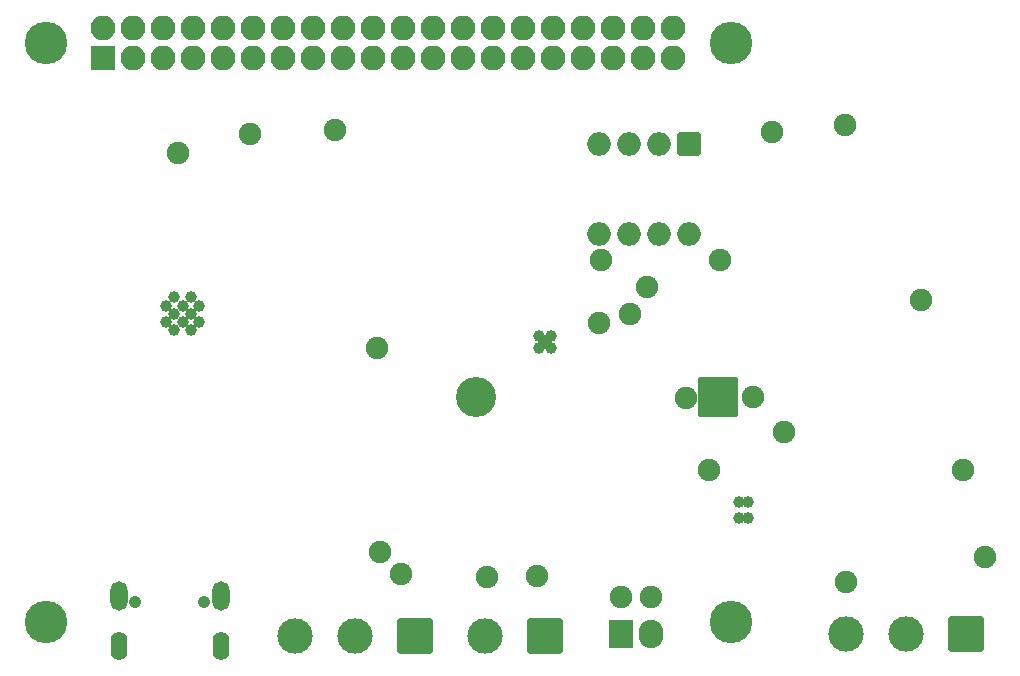
<source format=gbs>
G04 #@! TF.GenerationSoftware,KiCad,Pcbnew,7.0.1*
G04 #@! TF.CreationDate,2023-05-18T20:02:15+01:00*
G04 #@! TF.ProjectId,AnthC,416e7468-432e-46b6-9963-61645f706362,rev?*
G04 #@! TF.SameCoordinates,Original*
G04 #@! TF.FileFunction,Soldermask,Bot*
G04 #@! TF.FilePolarity,Negative*
%FSLAX46Y46*%
G04 Gerber Fmt 4.6, Leading zero omitted, Abs format (unit mm)*
G04 Created by KiCad (PCBNEW 7.0.1) date 2023-05-18 20:02:15*
%MOMM*%
%LPD*%
G01*
G04 APERTURE LIST*
G04 Aperture macros list*
%AMRoundRect*
0 Rectangle with rounded corners*
0 $1 Rounding radius*
0 $2 $3 $4 $5 $6 $7 $8 $9 X,Y pos of 4 corners*
0 Add a 4 corners polygon primitive as box body*
4,1,4,$2,$3,$4,$5,$6,$7,$8,$9,$2,$3,0*
0 Add four circle primitives for the rounded corners*
1,1,$1+$1,$2,$3*
1,1,$1+$1,$4,$5*
1,1,$1+$1,$6,$7*
1,1,$1+$1,$8,$9*
0 Add four rect primitives between the rounded corners*
20,1,$1+$1,$2,$3,$4,$5,0*
20,1,$1+$1,$4,$5,$6,$7,0*
20,1,$1+$1,$6,$7,$8,$9,0*
20,1,$1+$1,$8,$9,$2,$3,0*%
G04 Aperture macros list end*
%ADD10C,3.600000*%
%ADD11C,1.000000*%
%ADD12RoundRect,0.200000X0.850000X-0.850000X0.850000X0.850000X-0.850000X0.850000X-0.850000X-0.850000X0*%
%ADD13O,2.100000X2.100000*%
%ADD14C,1.050000*%
%ADD15O,1.400000X2.400000*%
%ADD16O,1.450000X2.500000*%
%ADD17RoundRect,0.200000X-0.800000X0.800000X-0.800000X-0.800000X0.800000X-0.800000X0.800000X0.800000X0*%
%ADD18O,2.000000X2.000000*%
%ADD19RoundRect,0.200000X1.500000X1.500000X-1.500000X1.500000X-1.500000X-1.500000X1.500000X-1.500000X0*%
%ADD20C,3.400000*%
%ADD21O,2.100000X2.400000*%
%ADD22RoundRect,0.200000X0.850000X1.000000X-0.850000X1.000000X-0.850000X-1.000000X0.850000X-1.000000X0*%
%ADD23C,1.900000*%
%ADD24RoundRect,0.200000X1.300000X1.300000X-1.300000X1.300000X-1.300000X-1.300000X1.300000X-1.300000X0*%
%ADD25C,3.000000*%
G04 APERTURE END LIST*
D10*
X241500000Y-98500000D03*
X241500000Y-147500000D03*
X183500000Y-98500000D03*
X183500000Y-147500000D03*
D11*
X194410000Y-122800000D03*
X195810000Y-122800000D03*
X193710000Y-122100000D03*
X195110000Y-122100000D03*
X196510000Y-122100000D03*
X194410000Y-121400000D03*
X195810000Y-121400000D03*
X193710000Y-120700000D03*
X195110000Y-120700000D03*
X196510000Y-120700000D03*
X194410000Y-120000000D03*
X195810000Y-120000000D03*
X225300000Y-123300000D03*
X225300000Y-124300000D03*
X225800000Y-123800000D03*
X226300000Y-123300000D03*
X226300000Y-124300000D03*
D12*
X188372600Y-99772300D03*
D13*
X188372600Y-97232300D03*
X190912600Y-99772300D03*
X190912600Y-97232300D03*
X193452600Y-99772300D03*
X193452600Y-97232300D03*
X195992600Y-99772300D03*
X195992600Y-97232300D03*
X198532600Y-99772300D03*
X198532600Y-97232300D03*
X201072600Y-99772300D03*
X201072600Y-97232300D03*
X203612600Y-99772300D03*
X203612600Y-97232300D03*
X206152600Y-99772300D03*
X206152600Y-97232300D03*
X208692600Y-99772300D03*
X208692600Y-97232300D03*
X211232600Y-99772300D03*
X211232600Y-97232300D03*
X213772600Y-99772300D03*
X213772600Y-97232300D03*
X216312600Y-99772300D03*
X216312600Y-97232300D03*
X218852600Y-99772300D03*
X218852600Y-97232300D03*
X221392600Y-99772300D03*
X221392600Y-97232300D03*
X223932600Y-99772300D03*
X223932600Y-97232300D03*
X226472600Y-99772300D03*
X226472600Y-97232300D03*
X229012600Y-99772300D03*
X229012600Y-97232300D03*
X231552600Y-99772300D03*
X231552600Y-97232300D03*
X234092600Y-99772300D03*
X234092600Y-97232300D03*
X236632600Y-99772300D03*
X236632600Y-97232300D03*
D14*
X191110000Y-145820000D03*
X196890000Y-145820000D03*
D15*
X189680000Y-149500000D03*
X198320000Y-149500000D03*
D16*
X189680000Y-145320000D03*
X198320000Y-145320000D03*
D17*
X238000000Y-107000000D03*
D18*
X235460000Y-107000000D03*
X232920000Y-107000000D03*
X230380000Y-107000000D03*
X230380000Y-114620000D03*
X232920000Y-114620000D03*
X235460000Y-114620000D03*
X238000000Y-114620000D03*
D11*
X242200000Y-137300000D03*
X242200000Y-138700000D03*
X243000000Y-137300000D03*
X243000000Y-138700000D03*
D19*
X240400000Y-128400000D03*
D20*
X219910000Y-128400000D03*
D21*
X234750000Y-148500000D03*
D22*
X232250000Y-148500000D03*
D23*
X211800000Y-141600000D03*
X234800000Y-145400000D03*
X246000000Y-131400000D03*
X237750000Y-128500000D03*
X240600000Y-116800000D03*
X233000000Y-121400000D03*
X234400000Y-119100000D03*
X208000000Y-105800000D03*
X194700000Y-107800000D03*
X230500000Y-116800000D03*
X200800000Y-106200000D03*
X263000000Y-142000000D03*
X257600000Y-120200000D03*
X251200000Y-105400000D03*
X245000000Y-106000000D03*
X243400000Y-128400000D03*
X261200000Y-134600000D03*
X230400000Y-122200000D03*
X213600000Y-143400000D03*
X211600000Y-124300000D03*
D24*
X261460000Y-148500000D03*
D25*
X256380000Y-148500000D03*
X251300000Y-148500000D03*
D23*
X251300000Y-144100000D03*
X232200000Y-145400000D03*
X225100000Y-143600000D03*
X220900000Y-143700000D03*
X239700000Y-134600000D03*
D24*
X214760000Y-148700000D03*
D25*
X209680000Y-148700000D03*
X204600000Y-148700000D03*
D24*
X225760000Y-148700000D03*
D25*
X220680000Y-148700000D03*
M02*

</source>
